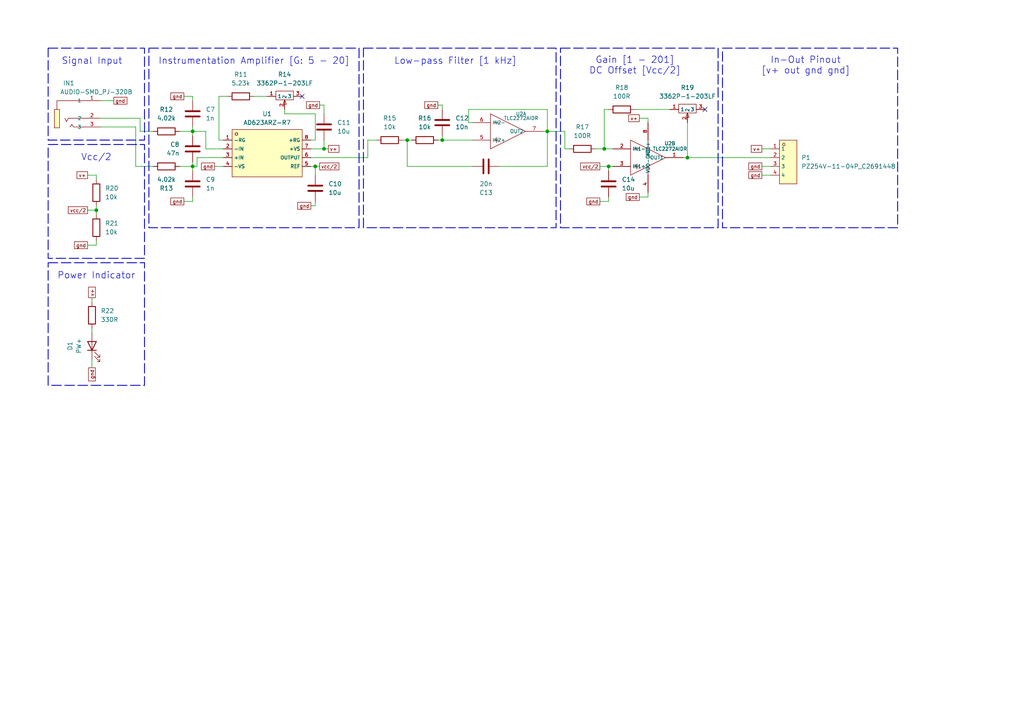
<source format=kicad_sch>
(kicad_sch (version 20250114) (generator "eeschema") (generator_version "9.0")
  (paper "A4")
  (lib_symbols
    (symbol "1x4_M_2.54mm_pinheader:PZ254V-11-04P_C2691448"
      (property "Reference" "U" (at 0 1.27 0))
      (property "Value" "PZ254V-11-04P_C2691448" (at 0 -2.54 0))
      (symbol "PZ254V-11-04P_C2691448_0_1"
        (rectangle (start -2.54 6.35) (end 2.54 -6.35) (fill (type background)))
        (circle (center -1.27 5.08) (radius 0.381) (fill (type background)))
        (pin unspecified line (at -5.08 3.81 0) (length 2.54) (name "1") (number "1"))
        (pin unspecified line (at -5.08 1.27 0) (length 2.54) (name "2") (number "2"))
        (pin unspecified line (at -5.08 -1.27 0) (length 2.54) (name "3") (number "3"))
        (pin unspecified line (at -5.08 -3.81 0) (length 2.54) (name "4") (number "4"))
      )
    )
    (symbol "3362P-1-203LF:3362P-1-203LF"
      (property "Reference" "R" (at 0 1.27 0))
      (property "Value" "3362P-1-203LF" (at 0 -2.54 0))
      (symbol "3362P-1-203LF_0_1"
        (polyline (pts (xy -0.254 0) (xy -1.524 0)))
        (polyline (pts (xy 0.254 0) (xy -1.016 -0.508) (xy -1.016 0.508) (xy 0.254 0)) (fill (type background)))
        (polyline (pts (xy 0.254 -2.54) (xy 0.254 2.54) (xy 2.794 2.54) (xy 2.794 -2.54) (xy 0.254 -2.54)))
        (pin input line (at -2.54 0 0) (length 2.54) (name "2") (number "2"))
        (pin input line (at 1.27 5.08 270) (length 2.54) (name "1") (number "1"))
        (pin input line (at 1.27 -5.08 90) (length 2.54) (name "3") (number "3"))
      )
    )
    (symbol "AD623ARZ-R7:AD623ARZ-R7"
      (property "Reference" "U" (at 0 1.27 0))
      (property "Value" "AD623ARZ-R7" (at 0 -2.54 0))
      (symbol "AD623ARZ-R7_0_1"
        (rectangle (start -10.16 6.858) (end 10.16 -6.858) (fill (type background)))
        (circle (center -8.89 5.588) (radius 0.381) (fill (type background)))
        (circle (center -8.89 5.588) (radius 0.381) (fill (type background)))
        (pin unspecified line (at -12.7 3.81 0) (length 2.54) (name "-RG") (number "1"))
        (pin unspecified line (at -12.7 1.27 0) (length 2.54) (name "-IN") (number "2"))
        (pin unspecified line (at -12.7 -1.27 0) (length 2.54) (name "+IN") (number "3"))
        (pin unspecified line (at -12.7 -3.81 0) (length 2.54) (name "-VS") (number "4"))
        (pin unspecified line (at 12.7 3.81 180) (length 2.54) (name "+RG") (number "8"))
        (pin unspecified line (at 12.7 1.27 180) (length 2.54) (name "+VS") (number "7"))
        (pin unspecified line (at 12.7 -1.27 180) (length 2.54) (name "OUTPUT") (number "6"))
        (pin unspecified line (at 12.7 -3.81 180) (length 2.54) (name "REF") (number "5"))
      )
    )
    (symbol "Device:C" (pin_numbers (hide yes)) (pin_names (offset 0.254))
      (property "Reference" "C" (at 0.635 2.54 0))
      (property "Value" "C" (at 0.635 -2.54 0))
      (symbol "C_0_1"
        (polyline (pts (xy -2.032 0.762) (xy 2.032 0.762)) (stroke (width 0.508)))
        (polyline (pts (xy -2.032 -0.762) (xy 2.032 -0.762)) (stroke (width 0.508)))
      )
      (symbol "C_1_1"
        (pin passive line (at 0 3.81 270) (length 2.794) (name "~") (number "1"))
        (pin passive line (at 0 -3.81 90) (length 2.794) (name "~") (number "2"))
      )
    )
    (symbol "Device:LED" (pin_numbers (hide yes)) (pin_names (offset 1.016) (hide yes))
      (property "Reference" "D" (at 0 2.54 0))
      (property "Value" "LED" (at 0 -2.54 0))
      (symbol "LED_0_1"
        (polyline (pts (xy -3.048 -0.762) (xy -4.572 -2.286) (xy -3.81 -2.286) (xy -4.572 -2.286) (xy -4.572 -1.524)))
        (polyline (pts (xy -1.778 -0.762) (xy -3.302 -2.286) (xy -2.54 -2.286) (xy -3.302 -2.286) (xy -3.302 -1.524)))
        (polyline (pts (xy -1.27 0) (xy 1.27 0)))
        (polyline (pts (xy -1.27 -1.27) (xy -1.27 1.27)) (stroke (width 0.254)))
        (polyline (pts (xy 1.27 -1.27) (xy 1.27 1.27) (xy -1.27 0) (xy 1.27 -1.27)) (stroke (width 0.254)))
      )
      (symbol "LED_1_1"
        (pin passive line (at -3.81 0 0) (length 2.54) (name "K") (number "1"))
        (pin passive line (at 3.81 0 180) (length 2.54) (name "A") (number "2"))
      )
    )
    (symbol "Device:R" (pin_numbers (hide yes)) (pin_names (offset 0))
      (property "Reference" "R" (at 2.032 0 90))
      (property "Value" "R" (at 0 0 90))
      (symbol "R_0_1"
        (rectangle (start -1.016 -2.54) (end 1.016 2.54) (stroke (width 0.254)))
      )
      (symbol "R_1_1"
        (pin passive line (at 0 3.81 270) (length 1.27) (name "~") (number "1"))
        (pin passive line (at 0 -3.81 90) (length 1.27) (name "~") (number "2"))
      )
    )
    (symbol "PJ-320B:PJ-320B"
      (property "Reference" "AUDIO" (at 0 1.27 0))
      (property "Value" "PJ-320B" (at 0 -2.54 0))
      (symbol "PJ-320B_0_1"
        (rectangle (start -7.112 0) (end -5.588 -5.334) (fill (type background)))
        (polyline (pts (xy 1.27 2.54) (xy -6.35 2.54) (xy -6.35 0)))
        (polyline (pts (xy 1.27 -2.54) (xy -3.048 -2.54) (xy -3.556 -3.556) (xy -4.064 -2.54)))
        (polyline (pts (xy 1.27 -5.08) (xy -1.524 -5.08) (xy -2.032 -4.318) (xy -2.54 -5.08)))
        (pin unspecified line (at 6.35 2.54 180) (length 5.08) (name "1") (number "1"))
        (pin unspecified line (at 6.35 -2.54 180) (length 5.08) (name "2") (number "2"))
        (pin unspecified line (at 6.35 -5.08 180) (length 5.08) (name "3") (number "3"))
      )
    )
    (symbol "TLC2272AIDR:TLC2272AIDR"
      (property "Reference" "U" (at 0 1.27 0))
      (property "Value" "TLC2272AIDR" (at 0 -2.54 0))
      (symbol "TLC2272AIDR_1_1"
        (polyline (pts (xy -5.08 -5.08) (xy 5.08 0) (xy -5.08 5.08) (xy -5.08 -5.08)))
        (polyline (pts (xy -4.064 2.54) (xy -2.54 2.54)))
        (polyline (pts (xy -4.064 -2.54) (xy -2.54 -2.54)))
        (polyline (pts (xy -3.302 -1.778) (xy -3.302 -3.302)))
        (pin unspecified line (at -10.16 2.54 0) (length 5.08) (name "IN2-") (number "6"))
        (pin unspecified line (at -10.16 -2.54 0) (length 5.08) (name "IN2+") (number "5"))
        (pin output line (at 10.16 0 180) (length 5.08) (name "OUT2") (number "7"))
      )
      (symbol "TLC2272AIDR_2_1"
        (polyline (pts (xy -5.08 -5.08) (xy 5.08 0) (xy -5.08 5.08) (xy -5.08 -5.08)))
        (polyline (pts (xy -4.064 2.54) (xy -2.54 2.54)))
        (polyline (pts (xy -4.064 -2.54) (xy -2.54 -2.54)))
        (polyline (pts (xy -3.302 -1.778) (xy -3.302 -3.302)))
        (polyline (pts (xy 0 5.08) (xy 0 2.54)))
        (polyline (pts (xy 0 -2.54) (xy 0 -5.08)))
        (pin unspecified line (at -10.16 2.54 0) (length 5.08) (name "IN1-") (number "2"))
        (pin unspecified line (at -10.16 -2.54 0) (length 5.08) (name "IN1+") (number "3"))
        (pin power_in line (at 0 10.16 270) (length 5.08) (name "VDD+") (number "8"))
        (pin power_in line (at 0 -10.16 90) (length 5.08) (name "VDD-GND") (number "4"))
        (pin output line (at 10.16 0 180) (length 5.08) (name "OUT1") (number "1"))
      )
    )
  )
  (rectangle (start 43.18 13.97) (end 104.14 66.04) (stroke (width 0.254) (type dash)))
  (rectangle (start 13.97 13.97) (end 41.91 40.64) (stroke (width 0.254) (type dash)))
  (rectangle (start 105.41 13.97) (end 161.29 66.04) (stroke (width 0.254) (type dash)))
  (rectangle (start 209.55 13.97) (end 260.35 66.04) (stroke (width 0.254) (type dash)))
  (rectangle (start 162.56 13.97) (end 208.28 66.04) (stroke (width 0.254) (type dash)))
  (rectangle (start 13.97 76.2) (end 41.91 111.76) (stroke (width 0.254) (type dash)))
  (rectangle (start 13.97 41.91) (end 41.91 74.93) (stroke (width 0.254) (type dash)))
  (text "In-Out Pinout\n[v+ out gnd gnd]" (at 233.68 19.05 0) (effects (font (size 1.905 1.905))))
  (text "Instrumentation Amplifier [G: 5 - 20]" (at 73.66 17.78 0) (effects (font (size 1.905 1.905))))
  (text "Low-pass Filter [1 kHz]" (at 132.08 17.78 0) (effects (font (size 1.905 1.905))))
  (text "Power Indicator" (at 27.94 80.01 0) (effects (font (size 1.905 1.905))))
  (text "Signal Input" (at 26.67 17.78 0) (effects (font (size 1.905 1.905))))
  (text "Vcc/2" (at 27.94 45.72 0) (effects (font (size 1.905 1.905))))
  (text "Gain [1 - 201]\nDC Offset [Vcc/2]" (at 184.15 19.05 0) (effects (font (size 1.905 1.905))))
  (junction (at 91.44 48.26))
  (junction (at 128.27 40.64))
  (junction (at 93.98 43.18))
  (junction (at 176.53 48.26))
  (junction (at 175.26 43.18))
  (junction (at 55.88 38.1))
  (junction (at 27.94 60.96))
  (junction (at 158.75 38.1))
  (junction (at 199.39 45.72))
  (junction (at 118.11 40.64))
  (junction (at 55.88 48.26))
  (no_connect (at 204.47 31.75))
  (no_connect (at 87.63 27.94))
  (wire (pts (xy 26.67 104.14) (xy 26.67 106.68)))
  (wire (pts (xy 199.39 45.72) (xy 223.52 45.72)))
  (wire (pts (xy 118.11 40.64) (xy 119.38 40.64)))
  (wire (pts (xy 91.44 59.69) (xy 91.44 58.42)))
  (wire (pts (xy 158.75 48.26) (xy 158.75 38.1)))
  (wire (pts (xy 57.15 45.72) (xy 57.15 48.26)))
  (wire (pts (xy 187.96 34.29) (xy 187.96 35.56)))
  (wire (pts (xy 55.88 46.99) (xy 55.88 48.26)))
  (wire (pts (xy 25.4 50.8) (xy 27.94 50.8)))
  (wire (pts (xy 93.98 40.64) (xy 93.98 43.18)))
  (wire (pts (xy 93.98 43.18) (xy 95.25 43.18)))
  (wire (pts (xy 185.42 34.29) (xy 187.96 34.29)))
  (wire (pts (xy 27.94 50.8) (xy 27.94 52.07)))
  (wire (pts (xy 176.53 48.26) (xy 176.53 49.53)))
  (wire (pts (xy 63.5 27.94) (xy 63.5 40.64)))
  (wire (pts (xy 187.96 55.88) (xy 187.96 57.15)))
  (wire (pts (xy 29.21 36.83) (xy 39.37 36.83)))
  (wire (pts (xy 82.55 33.02) (xy 91.44 33.02)))
  (wire (pts (xy 176.53 31.75) (xy 175.26 31.75)))
  (wire (pts (xy 27.94 59.69) (xy 27.94 60.96)))
  (wire (pts (xy 26.67 95.25) (xy 26.67 96.52)))
  (wire (pts (xy 176.53 58.42) (xy 176.53 57.15)))
  (wire (pts (xy 91.44 33.02) (xy 91.44 40.64)))
  (wire (pts (xy 39.37 48.26) (xy 44.45 48.26)))
  (wire (pts (xy 29.21 34.29) (xy 40.64 34.29)))
  (wire (pts (xy 198.12 45.72) (xy 199.39 45.72)))
  (wire (pts (xy 57.15 48.26) (xy 55.88 48.26)))
  (wire (pts (xy 90.17 48.26) (xy 91.44 48.26)))
  (wire (pts (xy 52.07 48.26) (xy 55.88 48.26)))
  (wire (pts (xy 40.64 38.1) (xy 44.45 38.1)))
  (wire (pts (xy 25.4 60.96) (xy 27.94 60.96)))
  (wire (pts (xy 93.98 30.48) (xy 93.98 33.02)))
  (wire (pts (xy 55.88 57.15) (xy 55.88 58.42)))
  (wire (pts (xy 127 40.64) (xy 128.27 40.64)))
  (wire (pts (xy 173.99 48.26) (xy 176.53 48.26)))
  (wire (pts (xy 63.5 40.64) (xy 64.77 40.64)))
  (wire (pts (xy 165.1 43.18) (xy 163.83 43.18)))
  (wire (pts (xy 91.44 48.26) (xy 91.44 50.8)))
  (wire (pts (xy 220.98 43.18) (xy 223.52 43.18)))
  (wire (pts (xy 128.27 40.64) (xy 137.16 40.64)))
  (wire (pts (xy 90.17 43.18) (xy 93.98 43.18)))
  (wire (pts (xy 59.69 43.18) (xy 59.69 38.1)))
  (wire (pts (xy 144.78 48.26) (xy 158.75 48.26)))
  (wire (pts (xy 184.15 31.75) (xy 194.31 31.75)))
  (wire (pts (xy 158.75 31.75) (xy 158.75 38.1)))
  (wire (pts (xy 52.07 38.1) (xy 55.88 38.1)))
  (wire (pts (xy 92.71 30.48) (xy 93.98 30.48)))
  (wire (pts (xy 55.88 48.26) (xy 55.88 49.53)))
  (wire (pts (xy 220.98 50.8) (xy 223.52 50.8)))
  (wire (pts (xy 172.72 43.18) (xy 175.26 43.18)))
  (wire (pts (xy 25.4 71.12) (xy 27.94 71.12)))
  (wire (pts (xy 173.99 58.42) (xy 176.53 58.42)))
  (wire (pts (xy 55.88 27.94) (xy 55.88 29.21)))
  (wire (pts (xy 55.88 36.83) (xy 55.88 38.1)))
  (wire (pts (xy 29.21 29.21) (xy 33.02 29.21)))
  (wire (pts (xy 91.44 48.26) (xy 92.71 48.26)))
  (wire (pts (xy 137.16 35.56) (xy 135.89 35.56)))
  (wire (pts (xy 82.55 31.75) (xy 82.55 33.02)))
  (wire (pts (xy 26.67 86.36) (xy 26.67 87.63)))
  (wire (pts (xy 116.84 40.64) (xy 118.11 40.64)))
  (wire (pts (xy 90.17 45.72) (xy 106.68 45.72)))
  (wire (pts (xy 128.27 39.37) (xy 128.27 40.64)))
  (wire (pts (xy 175.26 31.75) (xy 175.26 43.18)))
  (wire (pts (xy 63.5 27.94) (xy 66.04 27.94)))
  (wire (pts (xy 128.27 30.48) (xy 128.27 31.75)))
  (wire (pts (xy 91.44 40.64) (xy 90.17 40.64)))
  (wire (pts (xy 55.88 58.42) (xy 53.34 58.42)))
  (wire (pts (xy 199.39 35.56) (xy 199.39 45.72)))
  (wire (pts (xy 59.69 38.1) (xy 55.88 38.1)))
  (wire (pts (xy 27.94 71.12) (xy 27.94 69.85)))
  (wire (pts (xy 106.68 45.72) (xy 106.68 40.64)))
  (wire (pts (xy 176.53 48.26) (xy 177.8 48.26)))
  (wire (pts (xy 40.64 34.29) (xy 40.64 38.1)))
  (wire (pts (xy 220.98 48.26) (xy 223.52 48.26)))
  (wire (pts (xy 175.26 43.18) (xy 177.8 43.18)))
  (wire (pts (xy 106.68 40.64) (xy 109.22 40.64)))
  (wire (pts (xy 135.89 35.56) (xy 135.89 31.75)))
  (wire (pts (xy 27.94 60.96) (xy 27.94 62.23)))
  (wire (pts (xy 137.16 48.26) (xy 118.11 48.26)))
  (wire (pts (xy 158.75 38.1) (xy 157.48 38.1)))
  (wire (pts (xy 55.88 38.1) (xy 55.88 39.37)))
  (wire (pts (xy 127 30.48) (xy 128.27 30.48)))
  (wire (pts (xy 62.23 48.26) (xy 64.77 48.26)))
  (wire (pts (xy 64.77 45.72) (xy 57.15 45.72)))
  (wire (pts (xy 39.37 36.83) (xy 39.37 48.26)))
  (wire (pts (xy 73.66 27.94) (xy 77.47 27.94)))
  (wire (pts (xy 135.89 31.75) (xy 158.75 31.75)))
  (wire (pts (xy 53.34 27.94) (xy 55.88 27.94)))
  (wire (pts (xy 187.96 57.15) (xy 185.42 57.15)))
  (wire (pts (xy 158.75 38.1) (xy 163.83 38.1)))
  (wire (pts (xy 163.83 38.1) (xy 163.83 43.18)))
  (wire (pts (xy 64.77 43.18) (xy 59.69 43.18)))
  (wire (pts (xy 90.17 59.69) (xy 91.44 59.69)))
  (wire (pts (xy 118.11 48.26) (xy 118.11 40.64)))
  (global_label "gnd" (shape passive) (at 173.99 58.42 180) (effects (font (size 1.016 1.016))) (property "Intersheetrefs" "${INTERSHEET_REFS}" (effects (hide yes))))
  (global_label "gnd" (shape passive) (at 26.67 106.68 270) (effects (font (size 1.016 1.016))) (property "Intersheetrefs" "${INTERSHEET_REFS}" (effects (hide yes))))
  (global_label "gnd" (shape passive) (at 53.34 58.42 180) (effects (font (size 1.016 1.016))) (property "Intersheetrefs" "${INTERSHEET_REFS}" (effects (hide yes))))
  (global_label "gnd" (shape passive) (at 33.02 29.21 0) (effects (font (size 1.016 1.016))) (property "Intersheetrefs" "${INTERSHEET_REFS}" (effects (hide yes))))
  (global_label "gnd" (shape passive) (at 220.98 50.8 180) (effects (font (size 1.016 1.016))) (property "Intersheetrefs" "${INTERSHEET_REFS}" (effects (hide yes))))
  (global_label "gnd" (shape passive) (at 92.71 30.48 180) (effects (font (size 1.016 1.016))) (property "Intersheetrefs" "${INTERSHEET_REFS}" (effects (hide yes))))
  (global_label "vcc{slash}2" (shape passive) (at 92.71 48.26 0) (effects (font (size 1.016 1.016))) (property "Intersheetrefs" "${INTERSHEET_REFS}" (effects (hide yes))))
  (global_label "gnd" (shape passive) (at 127 30.48 180) (effects (font (size 1.016 1.016))) (property "Intersheetrefs" "${INTERSHEET_REFS}" (effects (hide yes))))
  (global_label "v+" (shape passive) (at 185.42 34.29 180) (effects (font (size 1.016 1.016))) (property "Intersheetrefs" "${INTERSHEET_REFS}" (effects (hide yes))))
  (global_label "gnd" (shape passive) (at 53.34 27.94 180) (effects (font (size 1.016 1.016))) (property "Intersheetrefs" "${INTERSHEET_REFS}" (effects (hide yes))))
  (global_label "gnd" (shape passive) (at 220.98 48.26 180) (effects (font (size 1.016 1.016))) (property "Intersheetrefs" "${INTERSHEET_REFS}" (effects (hide yes))))
  (global_label "v+" (shape passive) (at 220.98 43.18 180) (effects (font (size 1.016 1.016))) (property "Intersheetrefs" "${INTERSHEET_REFS}" (effects (hide yes))))
  (global_label "gnd" (shape passive) (at 185.42 57.15 180) (effects (font (size 1.016 1.016))) (property "Intersheetrefs" "${INTERSHEET_REFS}" (effects (hide yes))))
  (global_label "v+" (shape passive) (at 25.4 50.8 180) (effects (font (size 1.016 1.016))) (property "Intersheetrefs" "${INTERSHEET_REFS}" (effects (hide yes))))
  (global_label "vcc{slash}2" (shape passive) (at 25.4 60.96 180) (effects (font (size 1.016 1.016))) (property "Intersheetrefs" "${INTERSHEET_REFS}" (effects (hide yes))))
  (global_label "gnd" (shape passive) (at 25.4 71.12 180) (effects (font (size 1.016 1.016))) (property "Intersheetrefs" "${INTERSHEET_REFS}" (effects (hide yes))))
  (global_label "gnd" (shape passive) (at 90.17 59.69 180) (effects (font (size 1.016 1.016))) (property "Intersheetrefs" "${INTERSHEET_REFS}" (effects (hide yes))))
  (global_label "v+" (shape passive) (at 26.67 86.36 90) (effects (font (size 1.016 1.016))) (property "Intersheetrefs" "${INTERSHEET_REFS}" (effects (hide yes))))
  (global_label "gnd" (shape passive) (at 62.23 48.26 180) (effects (font (size 1.016 1.016))) (property "Intersheetrefs" "${INTERSHEET_REFS}" (effects (hide yes))))
  (global_label "vcc{slash}2" (shape passive) (at 173.99 48.26 180) (effects (font (size 1.016 1.016))) (property "Intersheetrefs" "${INTERSHEET_REFS}" (effects (hide yes))))
  (global_label "v+" (shape passive) (at 95.25 43.18 0) (effects (font (size 1.016 1.016))) (property "Intersheetrefs" "${INTERSHEET_REFS}" (effects (hide yes))))
  (symbol (lib_id "Device:R") (at 27.94 55.88 0) (unit 1)
    (property "Reference" "R20" (at 30.48 54.6099 0) (effects (justify left)))
    (property "Value" "10k" (at 30.48 57.1499 0) (effects (justify left)))
    (property "Footprint" "footprints_jlc:R0603" (effects (hide yes)))
    (property "Description" "Resistor" (effects (hide yes)))
    (property "LCSC" "C845630" (effects (hide yes)))
  )
  (symbol (lib_id "Device:R") (at 26.67 91.44 0) (unit 1)
    (property "Reference" "R22" (at 29.21 90.1699 0) (effects (justify left)))
    (property "Value" "330R" (at 29.21 92.7099 0) (effects (justify left)))
    (property "Footprint" "footprints_jlc:R0402" (effects (hide yes)))
    (property "Description" "Resistor" (effects (hide yes)))
    (property "LCSC" "C427206" (effects (hide yes)))
  )
  (symbol (lib_id "Device:R") (at 123.19 40.64 90) (unit 1)
    (property "Reference" "R16" (at 123.19 34.29 90))
    (property "Value" "10k" (at 123.19 36.83 90))
    (property "Footprint" "footprints_jlc:R0603" (effects (hide yes)))
    (property "Description" "Resistor" (effects (hide yes)))
    (property "LCSC" "C845630" (effects (hide yes)))
  )
  (symbol (lib_id "Device:C") (at 128.27 35.56 0) (unit 1)
    (property "Reference" "C12" (at 132.08 34.2899 0) (effects (justify left)))
    (property "Value" "10n" (at 132.08 36.8299 0) (effects (justify left)))
    (property "Footprint" "footprints_jlc:C1206" (effects (hide yes)))
    (property "Description" "Unpolarized capacitor" (effects (hide yes)))
    (property "LCSC" "C97928" (effects (hide yes)))
  )
  (symbol (lib_id "Device:C") (at 140.97 48.26 90) (mirror x) (unit 1)
    (property "Reference" "C13" (at 140.97 55.88 90))
    (property "Value" "20n" (at 140.97 53.34 90))
    (property "Footprint" "footprints_jlc:C1206" (effects (hide yes)))
    (property "Description" "Unpolarized capacitor" (effects (hide yes)))
    (property "LCSC" "C172741" (effects (hide yes)))
  )
  (symbol (lib_id "Device:C") (at 55.88 53.34 0) (unit 1)
    (property "Reference" "C9" (at 59.69 52.0699 0) (effects (justify left)))
    (property "Value" "1n" (at 59.69 54.6099 0) (effects (justify left)))
    (property "Footprint" "footprints_jlc:C0805" (effects (hide yes)))
    (property "Description" "Unpolarized capacitor" (effects (hide yes)))
    (property "LCSC" "C1791" (effects (hide yes)))
  )
  (symbol (lib_id "AD623ARZ-R7:AD623ARZ-R7") (at 77.47 44.45 0) (unit 1)
    (property "Reference" "U1" (at 77.47 33.02 0))
    (property "Value" "AD623ARZ-R7" (at 77.47 35.56 0))
    (property "Footprint" "footprints_jlc:SOIC-8_L5.0-W4.0-P1.27-LS6.0-BL" (effects (hide yes)))
    (property "Datasheet" "https://item.szlcsc.com/417287.html" (effects (hide yes)))
    (property "LCSC" "C9676" (effects (hide yes)))
  )
  (symbol (lib_id "Device:R") (at 48.26 38.1 90) (unit 1)
    (property "Reference" "R12" (at 48.26 31.75 90))
    (property "Value" "4.02k" (at 48.26 34.29 90))
    (property "Footprint" "footprints_jlc:R0805" (effects (hide yes)))
    (property "Description" "Resistor" (effects (hide yes)))
    (property "LCSC" "C844212" (effects (hide yes)))
  )
  (symbol (lib_id "Device:R") (at 27.94 66.04 0) (unit 1)
    (property "Reference" "R21" (at 30.48 64.7699 0) (effects (justify left)))
    (property "Value" "10k" (at 30.48 67.3099 0) (effects (justify left)))
    (property "Footprint" "footprints_jlc:R0603" (effects (hide yes)))
    (property "Description" "Resistor" (effects (hide yes)))
    (property "LCSC" "C845630" (effects (hide yes)))
  )
  (symbol (lib_id "Device:R") (at 113.03 40.64 90) (unit 1)
    (property "Reference" "R15" (at 113.03 34.29 90))
    (property "Value" "10k" (at 113.03 36.83 90))
    (property "Footprint" "footprints_jlc:R0603" (effects (hide yes)))
    (property "Description" "Resistor" (effects (hide yes)))
    (property "LCSC" "C845630" (effects (hide yes)))
  )
  (symbol (lib_id "Device:R") (at 168.91 43.18 90) (unit 1)
    (property "Reference" "R17" (at 168.91 36.83 90))
    (property "Value" "100R" (at 168.91 39.37 90))
    (property "Footprint" "footprints_jlc:R0603" (effects (hide yes)))
    (property "Description" "Resistor" (effects (hide yes)))
    (property "LCSC" "C3995643" (effects (hide yes)))
  )
  (symbol (lib_id "Device:C") (at 176.53 53.34 0) (unit 1)
    (property "Reference" "C14" (at 180.34 52.0699 0) (effects (justify left)))
    (property "Value" "10u" (at 180.34 54.6099 0) (effects (justify left)))
    (property "Footprint" "footprints_jlc:C0603" (effects (hide yes)))
    (property "Description" "Unpolarized capacitor" (effects (hide yes)))
    (property "LCSC" "C77044" (effects (hide yes)))
  )
  (symbol (lib_id "TLC2272AIDR:TLC2272AIDR") (at 147.32 38.1 0) (unit 1)
    (property "Reference" "U2" (at 151.13 33.02 0) (effects (font (size 1.016 1.016))))
    (property "Value" "TLC2272AIDR" (at 151.13 34.29 0) (effects (font (size 1.016 1.016))))
    (property "Footprint" "footprints_jlc:SOIC-8_L4.9-W3.9-P1.27-LS6.0-BL" (effects (hide yes)))
    (property "Datasheet" "https://so.szlcsc.com/global.html?c=&k=C9843" (effects (hide yes)))
    (property "LCSC" "C146678" (effects (hide yes)))
  )
  (symbol (lib_id "Device:LED") (at 26.67 100.33 90) (unit 1)
    (property "Reference" "D1" (at 20.32 100.33 0))
    (property "Value" "PW+" (at 22.86 100.33 0))
    (property "Footprint" "footprints_jlc:LED0402-R-RD_RED" (effects (hide yes)))
    (property "Description" "Light emitting diode" (effects (hide yes)))
    (property "Sim.Pins" "1=K 2=A" (effects (hide yes)))
    (property "LCSC" "C136765" (effects (hide yes)))
  )
  (symbol (lib_id "3362P-1-203LF:3362P-1-203LF") (at 82.55 29.21 90) (unit 1)
    (property "Reference" "R14" (at 82.55 21.59 90))
    (property "Value" "3362P-1-203LF" (at 82.55 24.13 90))
    (property "Footprint" "footprints_jlc:RES-ADJ-TH_3362P" (effects (hide yes)))
    (property "Datasheet" "https://lcsc.com/product-detail/Precision-Potentiometer_Made-in-China-3362P-1-105_C20063.html" (effects (hide yes)))
    (property "LCSC" "C81263" (effects (hide yes)))
  )
  (symbol (lib_id "1x4_M_2.54mm_pinheader:PZ254V-11-04P_C2691448") (at 228.6 46.99 0) (unit 1)
    (property "Reference" "P1" (at 232.41 45.7199 0) (effects (justify left)))
    (property "Value" "PZ254V-11-04P_C2691448" (at 232.41 48.2599 0) (effects (justify left)))
    (property "Footprint" "footprints_jlc:HDR-TH_4P-P2.54-V-M" (effects (hide yes)))
    (property "Datasheet" "https://item.szlcsc.com/502959.html" (effects (hide yes)))
    (property "LCSC" "C2691448" (effects (hide yes)))
  )
  (symbol (lib_id "Device:C") (at 91.44 54.61 0) (unit 1)
    (property "Reference" "C10" (at 95.25 53.3399 0) (effects (justify left)))
    (property "Value" "10u" (at 95.25 55.8799 0) (effects (justify left)))
    (property "Footprint" "footprints_jlc:C0603" (effects (hide yes)))
    (property "Description" "Unpolarized capacitor" (effects (hide yes)))
    (property "LCSC" "C77044" (effects (hide yes)))
  )
  (symbol (lib_id "Device:C") (at 55.88 43.18 0) (mirror y) (unit 1)
    (property "Reference" "C8" (at 52.07 41.9099 0) (effects (justify left)))
    (property "Value" "47n" (at 52.07 44.4499 0) (effects (justify left)))
    (property "Footprint" "footprints_jlc:C1206" (effects (hide yes)))
    (property "Description" "Unpolarized capacitor" (effects (hide yes)))
    (property "LCSC" "C21812" (effects (hide yes)))
  )
  (symbol (lib_id "Device:R") (at 69.85 27.94 90) (unit 1)
    (property "Reference" "R11" (at 69.85 21.59 90))
    (property "Value" "5.23k" (at 69.85 24.13 90))
    (property "Footprint" "footprints_jlc:R0402" (effects (hide yes)))
    (property "Description" "Resistor (RG)" (effects (hide yes)))
    (property "LCSC" "C241138" (effects (hide yes)))
  )
  (symbol (lib_id "PJ-320B:PJ-320B") (at 22.86 31.75 0) (unit 1)
    (property "Reference" "IN1" (at 19.939 24.13 0))
    (property "Value" "AUDIO-SMD_PJ-320B" (at 27.94 26.67 0))
    (property "Footprint" "footprints_jlc:AUDIO-SMD_PJ-320B" (effects (hide yes)))
    (property "Datasheet" "https://atta.szlcsc.com/upload/public/pdf/source/20180120/C18594_15164110647051284730.pdf" (effects (hide yes)))
    (property "Description" "Audio Jack" (effects (hide yes)))
    (property "LCSC" "C18594" (effects (hide yes)))
  )
  (symbol (lib_id "Device:R") (at 48.26 48.26 90) (mirror x) (unit 1)
    (property "Reference" "R13" (at 48.26 54.61 90))
    (property "Value" "4.02k" (at 48.26 52.07 90))
    (property "Footprint" "footprints_jlc:R0805" (effects (hide yes)))
    (property "Description" "Resistor" (effects (hide yes)))
    (property "LCSC" "C844212" (effects (hide yes)))
  )
  (symbol (lib_id "3362P-1-203LF:3362P-1-203LF") (at 199.39 33.02 90) (unit 1)
    (property "Reference" "R19" (at 199.39 25.4 90))
    (property "Value" "3362P-1-203LF" (at 199.39 27.94 90))
    (property "Footprint" "footprints_jlc:RES-ADJ-TH_3362P" (effects (hide yes)))
    (property "Datasheet" "https://lcsc.com/product-detail/Precision-Potentiometer_Made-in-China-3362P-1-105_C20063.html" (effects (hide yes)))
    (property "LCSC" "C81263" (effects (hide yes)))
  )
  (symbol (lib_id "Device:R") (at 180.34 31.75 90) (unit 1)
    (property "Reference" "R18" (at 180.34 25.4 90))
    (property "Value" "100R" (at 180.34 27.94 90))
    (property "Footprint" "footprints_jlc:R0603" (effects (hide yes)))
    (property "Description" "Resistor" (effects (hide yes)))
    (property "LCSC" "C3995643" (effects (hide yes)))
  )
  (symbol (lib_id "TLC2272AIDR:TLC2272AIDR") (at 187.96 45.72 0) (unit 2)
    (property "Reference" "U2" (at 194.31 41.6088 0) (effects (font (size 1.016 1.016))))
    (property "Value" "TLC2272AIDR" (at 194.31 43.18 0) (effects (font (size 1.016 1.016))))
    (property "Footprint" "footprints_jlc:SOIC-8_L4.9-W3.9-P1.27-LS6.0-BL" (effects (hide yes)))
    (property "Datasheet" "https://so.szlcsc.com/global.html?c=&k=C9843" (effects (hide yes)))
    (property "LCSC" "C146678" (effects (hide yes)))
  )
  (symbol (lib_id "Device:C") (at 93.98 36.83 0) (unit 1)
    (property "Reference" "C11" (at 97.79 35.5599 0) (effects (justify left)))
    (property "Value" "10u" (at 97.79 38.0999 0) (effects (justify left)))
    (property "Footprint" "footprints_jlc:C0603" (effects (hide yes)))
    (property "Description" "Unpolarized capacitor" (effects (hide yes)))
    (property "LCSC" "C77044" (effects (hide yes)))
  )
  (symbol (lib_id "Device:C") (at 55.88 33.02 0) (unit 1)
    (property "Reference" "C7" (at 59.69 31.7499 0) (effects (justify left)))
    (property "Value" "1n" (at 59.69 34.2899 0) (effects (justify left)))
    (property "Footprint" "footprints_jlc:C0805" (effects (hide yes)))
    (property "Description" "Unpolarized capacitor" (effects (hide yes)))
    (property "LCSC" "C1791" (effects (hide yes)))
  )
)
</source>
